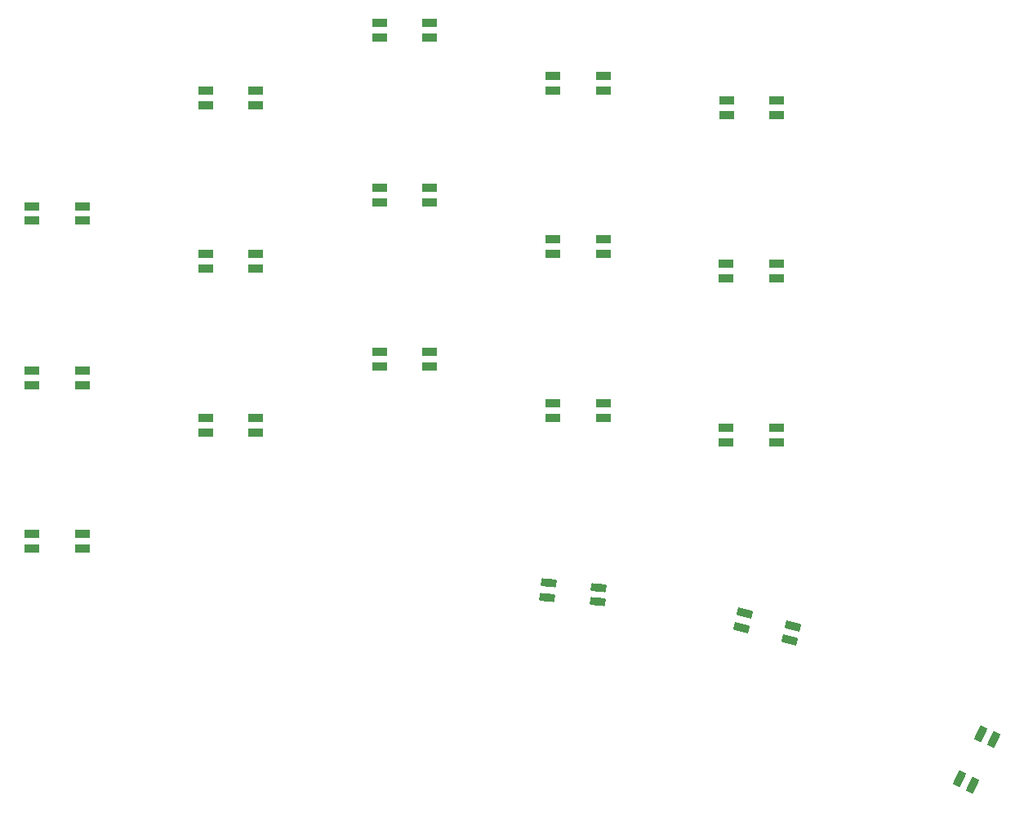
<source format=gbr>
%TF.GenerationSoftware,KiCad,Pcbnew,(6.0.0)*%
%TF.CreationDate,2022-06-16T08:24:19-07:00*%
%TF.ProjectId,half-swept,68616c66-2d73-4776-9570-742e6b696361,rev?*%
%TF.SameCoordinates,Original*%
%TF.FileFunction,Paste,Bot*%
%TF.FilePolarity,Positive*%
%FSLAX46Y46*%
G04 Gerber Fmt 4.6, Leading zero omitted, Abs format (unit mm)*
G04 Created by KiCad (PCBNEW (6.0.0)) date 2022-06-16 08:24:19*
%MOMM*%
%LPD*%
G01*
G04 APERTURE LIST*
G04 Aperture macros list*
%AMRoundRect*
0 Rectangle with rounded corners*
0 $1 Rounding radius*
0 $2 $3 $4 $5 $6 $7 $8 $9 X,Y pos of 4 corners*
0 Add a 4 corners polygon primitive as box body*
4,1,4,$2,$3,$4,$5,$6,$7,$8,$9,$2,$3,0*
0 Add four circle primitives for the rounded corners*
1,1,$1+$1,$2,$3*
1,1,$1+$1,$4,$5*
1,1,$1+$1,$6,$7*
1,1,$1+$1,$8,$9*
0 Add four rect primitives between the rounded corners*
20,1,$1+$1,$2,$3,$4,$5,0*
20,1,$1+$1,$4,$5,$6,$7,0*
20,1,$1+$1,$6,$7,$8,$9,0*
20,1,$1+$1,$8,$9,$2,$3,0*%
G04 Aperture macros list end*
%ADD10RoundRect,0.082000X-0.686681X0.389330X-0.743855X-0.264174X0.686681X-0.389330X0.743855X0.264174X0*%
%ADD11RoundRect,0.082000X-0.718000X0.328000X-0.718000X-0.328000X0.718000X-0.328000X0.718000X0.328000X0*%
%ADD12RoundRect,0.082000X-0.608642X0.502656X-0.778427X-0.130992X0.608642X-0.502656X0.778427X0.130992X0*%
%ADD13RoundRect,0.082000X0.600709X0.512110X0.006171X0.789348X-0.600709X-0.512110X-0.006171X-0.789348X0*%
G04 APERTURE END LIST*
D10*
%TO.C,D12*%
X78511957Y-74831971D03*
X78381224Y-76326263D03*
X73201011Y-75873053D03*
X73331745Y-74378761D03*
%TD*%
D11*
%TO.C,D16*%
X42963734Y-23283183D03*
X42963734Y-24783183D03*
X37763734Y-24783183D03*
X37763734Y-23283183D03*
%TD*%
%TO.C,D8*%
X60963732Y-50417182D03*
X60963732Y-51917182D03*
X55763732Y-51917182D03*
X55763732Y-50417182D03*
%TD*%
%TO.C,D2*%
X60963733Y-16283183D03*
X60963733Y-17783183D03*
X55763733Y-17783183D03*
X55763733Y-16283183D03*
%TD*%
D12*
%TO.C,D15*%
X98684055Y-78854764D03*
X98295827Y-80303653D03*
X93273012Y-78957794D03*
X93661241Y-77508905D03*
%TD*%
D11*
%TO.C,D11*%
X78963734Y-55751184D03*
X78963734Y-57251184D03*
X73763734Y-57251184D03*
X73763734Y-55751184D03*
%TD*%
%TO.C,D14*%
X78963734Y-38733184D03*
X78963734Y-40233184D03*
X73763734Y-40233184D03*
X73763734Y-38733184D03*
%TD*%
%TO.C,D10*%
X42963734Y-57275182D03*
X42963734Y-58775182D03*
X37763734Y-58775182D03*
X37763734Y-57275182D03*
%TD*%
%TO.C,D1*%
X24963734Y-35283183D03*
X24963734Y-36783183D03*
X19763734Y-36783183D03*
X19763734Y-35283183D03*
%TD*%
%TO.C,D9*%
X96943734Y-58291183D03*
X96943734Y-59791183D03*
X91743734Y-59791183D03*
X91743734Y-58291183D03*
%TD*%
%TO.C,D17*%
X78963734Y-21783183D03*
X78963734Y-23283183D03*
X73763734Y-23283183D03*
X73763734Y-21783183D03*
%TD*%
D13*
%TO.C,D18*%
X117248702Y-95333447D03*
X115889240Y-94699519D03*
X118086855Y-89986719D03*
X119446317Y-90620646D03*
%TD*%
D11*
%TO.C,D4*%
X24963733Y-52333183D03*
X24963733Y-53833183D03*
X19763733Y-53833183D03*
X19763733Y-52333183D03*
%TD*%
%TO.C,D3*%
X96963733Y-24283183D03*
X96963733Y-25783183D03*
X91763733Y-25783183D03*
X91763733Y-24283183D03*
%TD*%
%TO.C,D7*%
X24963734Y-69283183D03*
X24963734Y-70783183D03*
X19763734Y-70783183D03*
X19763734Y-69283183D03*
%TD*%
%TO.C,D5*%
X60963734Y-33399183D03*
X60963734Y-34899183D03*
X55763734Y-34899183D03*
X55763734Y-33399183D03*
%TD*%
%TO.C,D6*%
X96943732Y-41273183D03*
X96943732Y-42773183D03*
X91743732Y-42773183D03*
X91743732Y-41273183D03*
%TD*%
%TO.C,D13*%
X42963734Y-40257183D03*
X42963734Y-41757183D03*
X37763734Y-41757183D03*
X37763734Y-40257183D03*
%TD*%
M02*

</source>
